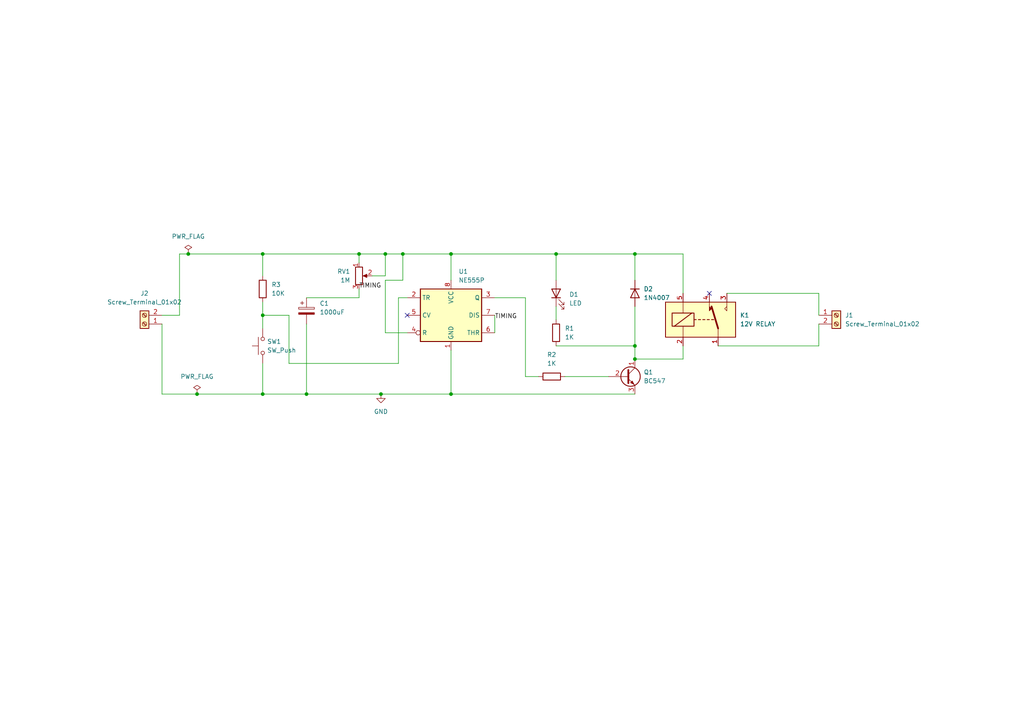
<source format=kicad_sch>
(kicad_sch
	(version 20250114)
	(generator "eeschema")
	(generator_version "9.0")
	(uuid "c01fd3b2-70a3-40d8-9628-d42550b06a46")
	(paper "A4")
	(lib_symbols
		(symbol "Connector:Screw_Terminal_01x02"
			(pin_names
				(offset 1.016)
				(hide yes)
			)
			(exclude_from_sim no)
			(in_bom yes)
			(on_board yes)
			(property "Reference" "J"
				(at 0 2.54 0)
				(effects
					(font
						(size 1.27 1.27)
					)
				)
			)
			(property "Value" "Screw_Terminal_01x02"
				(at 0 -5.08 0)
				(effects
					(font
						(size 1.27 1.27)
					)
				)
			)
			(property "Footprint" ""
				(at 0 0 0)
				(effects
					(font
						(size 1.27 1.27)
					)
					(hide yes)
				)
			)
			(property "Datasheet" "~"
				(at 0 0 0)
				(effects
					(font
						(size 1.27 1.27)
					)
					(hide yes)
				)
			)
			(property "Description" "Generic screw terminal, single row, 01x02, script generated (kicad-library-utils/schlib/autogen/connector/)"
				(at 0 0 0)
				(effects
					(font
						(size 1.27 1.27)
					)
					(hide yes)
				)
			)
			(property "ki_keywords" "screw terminal"
				(at 0 0 0)
				(effects
					(font
						(size 1.27 1.27)
					)
					(hide yes)
				)
			)
			(property "ki_fp_filters" "TerminalBlock*:*"
				(at 0 0 0)
				(effects
					(font
						(size 1.27 1.27)
					)
					(hide yes)
				)
			)
			(symbol "Screw_Terminal_01x02_1_1"
				(rectangle
					(start -1.27 1.27)
					(end 1.27 -3.81)
					(stroke
						(width 0.254)
						(type default)
					)
					(fill
						(type background)
					)
				)
				(polyline
					(pts
						(xy -0.5334 0.3302) (xy 0.3302 -0.508)
					)
					(stroke
						(width 0.1524)
						(type default)
					)
					(fill
						(type none)
					)
				)
				(polyline
					(pts
						(xy -0.5334 -2.2098) (xy 0.3302 -3.048)
					)
					(stroke
						(width 0.1524)
						(type default)
					)
					(fill
						(type none)
					)
				)
				(polyline
					(pts
						(xy -0.3556 0.508) (xy 0.508 -0.3302)
					)
					(stroke
						(width 0.1524)
						(type default)
					)
					(fill
						(type none)
					)
				)
				(polyline
					(pts
						(xy -0.3556 -2.032) (xy 0.508 -2.8702)
					)
					(stroke
						(width 0.1524)
						(type default)
					)
					(fill
						(type none)
					)
				)
				(circle
					(center 0 0)
					(radius 0.635)
					(stroke
						(width 0.1524)
						(type default)
					)
					(fill
						(type none)
					)
				)
				(circle
					(center 0 -2.54)
					(radius 0.635)
					(stroke
						(width 0.1524)
						(type default)
					)
					(fill
						(type none)
					)
				)
				(pin passive line
					(at -5.08 0 0)
					(length 3.81)
					(name "Pin_1"
						(effects
							(font
								(size 1.27 1.27)
							)
						)
					)
					(number "1"
						(effects
							(font
								(size 1.27 1.27)
							)
						)
					)
				)
				(pin passive line
					(at -5.08 -2.54 0)
					(length 3.81)
					(name "Pin_2"
						(effects
							(font
								(size 1.27 1.27)
							)
						)
					)
					(number "2"
						(effects
							(font
								(size 1.27 1.27)
							)
						)
					)
				)
			)
			(embedded_fonts no)
		)
		(symbol "Device:C_Polarized"
			(pin_numbers
				(hide yes)
			)
			(pin_names
				(offset 0.254)
			)
			(exclude_from_sim no)
			(in_bom yes)
			(on_board yes)
			(property "Reference" "C"
				(at 0.635 2.54 0)
				(effects
					(font
						(size 1.27 1.27)
					)
					(justify left)
				)
			)
			(property "Value" "C_Polarized"
				(at 0.635 -2.54 0)
				(effects
					(font
						(size 1.27 1.27)
					)
					(justify left)
				)
			)
			(property "Footprint" ""
				(at 0.9652 -3.81 0)
				(effects
					(font
						(size 1.27 1.27)
					)
					(hide yes)
				)
			)
			(property "Datasheet" "~"
				(at 0 0 0)
				(effects
					(font
						(size 1.27 1.27)
					)
					(hide yes)
				)
			)
			(property "Description" "Polarized capacitor"
				(at 0 0 0)
				(effects
					(font
						(size 1.27 1.27)
					)
					(hide yes)
				)
			)
			(property "ki_keywords" "cap capacitor"
				(at 0 0 0)
				(effects
					(font
						(size 1.27 1.27)
					)
					(hide yes)
				)
			)
			(property "ki_fp_filters" "CP_*"
				(at 0 0 0)
				(effects
					(font
						(size 1.27 1.27)
					)
					(hide yes)
				)
			)
			(symbol "C_Polarized_0_1"
				(rectangle
					(start -2.286 0.508)
					(end 2.286 1.016)
					(stroke
						(width 0)
						(type default)
					)
					(fill
						(type none)
					)
				)
				(polyline
					(pts
						(xy -1.778 2.286) (xy -0.762 2.286)
					)
					(stroke
						(width 0)
						(type default)
					)
					(fill
						(type none)
					)
				)
				(polyline
					(pts
						(xy -1.27 2.794) (xy -1.27 1.778)
					)
					(stroke
						(width 0)
						(type default)
					)
					(fill
						(type none)
					)
				)
				(rectangle
					(start 2.286 -0.508)
					(end -2.286 -1.016)
					(stroke
						(width 0)
						(type default)
					)
					(fill
						(type outline)
					)
				)
			)
			(symbol "C_Polarized_1_1"
				(pin passive line
					(at 0 3.81 270)
					(length 2.794)
					(name "~"
						(effects
							(font
								(size 1.27 1.27)
							)
						)
					)
					(number "1"
						(effects
							(font
								(size 1.27 1.27)
							)
						)
					)
				)
				(pin passive line
					(at 0 -3.81 90)
					(length 2.794)
					(name "~"
						(effects
							(font
								(size 1.27 1.27)
							)
						)
					)
					(number "2"
						(effects
							(font
								(size 1.27 1.27)
							)
						)
					)
				)
			)
			(embedded_fonts no)
		)
		(symbol "Device:D"
			(pin_numbers
				(hide yes)
			)
			(pin_names
				(offset 1.016)
				(hide yes)
			)
			(exclude_from_sim no)
			(in_bom yes)
			(on_board yes)
			(property "Reference" "D"
				(at 0 2.54 0)
				(effects
					(font
						(size 1.27 1.27)
					)
				)
			)
			(property "Value" "D"
				(at 0 -2.54 0)
				(effects
					(font
						(size 1.27 1.27)
					)
				)
			)
			(property "Footprint" ""
				(at 0 0 0)
				(effects
					(font
						(size 1.27 1.27)
					)
					(hide yes)
				)
			)
			(property "Datasheet" "~"
				(at 0 0 0)
				(effects
					(font
						(size 1.27 1.27)
					)
					(hide yes)
				)
			)
			(property "Description" "Diode"
				(at 0 0 0)
				(effects
					(font
						(size 1.27 1.27)
					)
					(hide yes)
				)
			)
			(property "Sim.Device" "D"
				(at 0 0 0)
				(effects
					(font
						(size 1.27 1.27)
					)
					(hide yes)
				)
			)
			(property "Sim.Pins" "1=K 2=A"
				(at 0 0 0)
				(effects
					(font
						(size 1.27 1.27)
					)
					(hide yes)
				)
			)
			(property "ki_keywords" "diode"
				(at 0 0 0)
				(effects
					(font
						(size 1.27 1.27)
					)
					(hide yes)
				)
			)
			(property "ki_fp_filters" "TO-???* *_Diode_* *SingleDiode* D_*"
				(at 0 0 0)
				(effects
					(font
						(size 1.27 1.27)
					)
					(hide yes)
				)
			)
			(symbol "D_0_1"
				(polyline
					(pts
						(xy -1.27 1.27) (xy -1.27 -1.27)
					)
					(stroke
						(width 0.254)
						(type default)
					)
					(fill
						(type none)
					)
				)
				(polyline
					(pts
						(xy 1.27 1.27) (xy 1.27 -1.27) (xy -1.27 0) (xy 1.27 1.27)
					)
					(stroke
						(width 0.254)
						(type default)
					)
					(fill
						(type none)
					)
				)
				(polyline
					(pts
						(xy 1.27 0) (xy -1.27 0)
					)
					(stroke
						(width 0)
						(type default)
					)
					(fill
						(type none)
					)
				)
			)
			(symbol "D_1_1"
				(pin passive line
					(at -3.81 0 0)
					(length 2.54)
					(name "K"
						(effects
							(font
								(size 1.27 1.27)
							)
						)
					)
					(number "1"
						(effects
							(font
								(size 1.27 1.27)
							)
						)
					)
				)
				(pin passive line
					(at 3.81 0 180)
					(length 2.54)
					(name "A"
						(effects
							(font
								(size 1.27 1.27)
							)
						)
					)
					(number "2"
						(effects
							(font
								(size 1.27 1.27)
							)
						)
					)
				)
			)
			(embedded_fonts no)
		)
		(symbol "Device:LED"
			(pin_numbers
				(hide yes)
			)
			(pin_names
				(offset 1.016)
				(hide yes)
			)
			(exclude_from_sim no)
			(in_bom yes)
			(on_board yes)
			(property "Reference" "D"
				(at 0 2.54 0)
				(effects
					(font
						(size 1.27 1.27)
					)
				)
			)
			(property "Value" "LED"
				(at 0 -2.54 0)
				(effects
					(font
						(size 1.27 1.27)
					)
				)
			)
			(property "Footprint" ""
				(at 0 0 0)
				(effects
					(font
						(size 1.27 1.27)
					)
					(hide yes)
				)
			)
			(property "Datasheet" "~"
				(at 0 0 0)
				(effects
					(font
						(size 1.27 1.27)
					)
					(hide yes)
				)
			)
			(property "Description" "Light emitting diode"
				(at 0 0 0)
				(effects
					(font
						(size 1.27 1.27)
					)
					(hide yes)
				)
			)
			(property "ki_keywords" "LED diode"
				(at 0 0 0)
				(effects
					(font
						(size 1.27 1.27)
					)
					(hide yes)
				)
			)
			(property "ki_fp_filters" "LED* LED_SMD:* LED_THT:*"
				(at 0 0 0)
				(effects
					(font
						(size 1.27 1.27)
					)
					(hide yes)
				)
			)
			(symbol "LED_0_1"
				(polyline
					(pts
						(xy -3.048 -0.762) (xy -4.572 -2.286) (xy -3.81 -2.286) (xy -4.572 -2.286) (xy -4.572 -1.524)
					)
					(stroke
						(width 0)
						(type default)
					)
					(fill
						(type none)
					)
				)
				(polyline
					(pts
						(xy -1.778 -0.762) (xy -3.302 -2.286) (xy -2.54 -2.286) (xy -3.302 -2.286) (xy -3.302 -1.524)
					)
					(stroke
						(width 0)
						(type default)
					)
					(fill
						(type none)
					)
				)
				(polyline
					(pts
						(xy -1.27 0) (xy 1.27 0)
					)
					(stroke
						(width 0)
						(type default)
					)
					(fill
						(type none)
					)
				)
				(polyline
					(pts
						(xy -1.27 -1.27) (xy -1.27 1.27)
					)
					(stroke
						(width 0.254)
						(type default)
					)
					(fill
						(type none)
					)
				)
				(polyline
					(pts
						(xy 1.27 -1.27) (xy 1.27 1.27) (xy -1.27 0) (xy 1.27 -1.27)
					)
					(stroke
						(width 0.254)
						(type default)
					)
					(fill
						(type none)
					)
				)
			)
			(symbol "LED_1_1"
				(pin passive line
					(at -3.81 0 0)
					(length 2.54)
					(name "K"
						(effects
							(font
								(size 1.27 1.27)
							)
						)
					)
					(number "1"
						(effects
							(font
								(size 1.27 1.27)
							)
						)
					)
				)
				(pin passive line
					(at 3.81 0 180)
					(length 2.54)
					(name "A"
						(effects
							(font
								(size 1.27 1.27)
							)
						)
					)
					(number "2"
						(effects
							(font
								(size 1.27 1.27)
							)
						)
					)
				)
			)
			(embedded_fonts no)
		)
		(symbol "Device:R"
			(pin_numbers
				(hide yes)
			)
			(pin_names
				(offset 0)
			)
			(exclude_from_sim no)
			(in_bom yes)
			(on_board yes)
			(property "Reference" "R"
				(at 2.032 0 90)
				(effects
					(font
						(size 1.27 1.27)
					)
				)
			)
			(property "Value" "R"
				(at 0 0 90)
				(effects
					(font
						(size 1.27 1.27)
					)
				)
			)
			(property "Footprint" ""
				(at -1.778 0 90)
				(effects
					(font
						(size 1.27 1.27)
					)
					(hide yes)
				)
			)
			(property "Datasheet" "~"
				(at 0 0 0)
				(effects
					(font
						(size 1.27 1.27)
					)
					(hide yes)
				)
			)
			(property "Description" "Resistor"
				(at 0 0 0)
				(effects
					(font
						(size 1.27 1.27)
					)
					(hide yes)
				)
			)
			(property "ki_keywords" "R res resistor"
				(at 0 0 0)
				(effects
					(font
						(size 1.27 1.27)
					)
					(hide yes)
				)
			)
			(property "ki_fp_filters" "R_*"
				(at 0 0 0)
				(effects
					(font
						(size 1.27 1.27)
					)
					(hide yes)
				)
			)
			(symbol "R_0_1"
				(rectangle
					(start -1.016 -2.54)
					(end 1.016 2.54)
					(stroke
						(width 0.254)
						(type default)
					)
					(fill
						(type none)
					)
				)
			)
			(symbol "R_1_1"
				(pin passive line
					(at 0 3.81 270)
					(length 1.27)
					(name "~"
						(effects
							(font
								(size 1.27 1.27)
							)
						)
					)
					(number "1"
						(effects
							(font
								(size 1.27 1.27)
							)
						)
					)
				)
				(pin passive line
					(at 0 -3.81 90)
					(length 1.27)
					(name "~"
						(effects
							(font
								(size 1.27 1.27)
							)
						)
					)
					(number "2"
						(effects
							(font
								(size 1.27 1.27)
							)
						)
					)
				)
			)
			(embedded_fonts no)
		)
		(symbol "Device:R_Potentiometer"
			(pin_names
				(offset 1.016)
				(hide yes)
			)
			(exclude_from_sim no)
			(in_bom yes)
			(on_board yes)
			(property "Reference" "RV"
				(at -4.445 0 90)
				(effects
					(font
						(size 1.27 1.27)
					)
				)
			)
			(property "Value" "R_Potentiometer"
				(at -2.54 0 90)
				(effects
					(font
						(size 1.27 1.27)
					)
				)
			)
			(property "Footprint" ""
				(at 0 0 0)
				(effects
					(font
						(size 1.27 1.27)
					)
					(hide yes)
				)
			)
			(property "Datasheet" "~"
				(at 0 0 0)
				(effects
					(font
						(size 1.27 1.27)
					)
					(hide yes)
				)
			)
			(property "Description" "Potentiometer"
				(at 0 0 0)
				(effects
					(font
						(size 1.27 1.27)
					)
					(hide yes)
				)
			)
			(property "ki_keywords" "resistor variable"
				(at 0 0 0)
				(effects
					(font
						(size 1.27 1.27)
					)
					(hide yes)
				)
			)
			(property "ki_fp_filters" "Potentiometer*"
				(at 0 0 0)
				(effects
					(font
						(size 1.27 1.27)
					)
					(hide yes)
				)
			)
			(symbol "R_Potentiometer_0_1"
				(rectangle
					(start 1.016 2.54)
					(end -1.016 -2.54)
					(stroke
						(width 0.254)
						(type default)
					)
					(fill
						(type none)
					)
				)
				(polyline
					(pts
						(xy 1.143 0) (xy 2.286 0.508) (xy 2.286 -0.508) (xy 1.143 0)
					)
					(stroke
						(width 0)
						(type default)
					)
					(fill
						(type outline)
					)
				)
				(polyline
					(pts
						(xy 2.54 0) (xy 1.524 0)
					)
					(stroke
						(width 0)
						(type default)
					)
					(fill
						(type none)
					)
				)
			)
			(symbol "R_Potentiometer_1_1"
				(pin passive line
					(at 0 3.81 270)
					(length 1.27)
					(name "1"
						(effects
							(font
								(size 1.27 1.27)
							)
						)
					)
					(number "1"
						(effects
							(font
								(size 1.27 1.27)
							)
						)
					)
				)
				(pin passive line
					(at 0 -3.81 90)
					(length 1.27)
					(name "3"
						(effects
							(font
								(size 1.27 1.27)
							)
						)
					)
					(number "3"
						(effects
							(font
								(size 1.27 1.27)
							)
						)
					)
				)
				(pin passive line
					(at 3.81 0 180)
					(length 1.27)
					(name "2"
						(effects
							(font
								(size 1.27 1.27)
							)
						)
					)
					(number "2"
						(effects
							(font
								(size 1.27 1.27)
							)
						)
					)
				)
			)
			(embedded_fonts no)
		)
		(symbol "Relay:SANYOU_SRD_Form_C"
			(exclude_from_sim no)
			(in_bom yes)
			(on_board yes)
			(property "Reference" "K"
				(at 11.43 3.81 0)
				(effects
					(font
						(size 1.27 1.27)
					)
					(justify left)
				)
			)
			(property "Value" "SANYOU_SRD_Form_C"
				(at 11.43 1.27 0)
				(effects
					(font
						(size 1.27 1.27)
					)
					(justify left)
				)
			)
			(property "Footprint" "Relay_THT:Relay_SPDT_SANYOU_SRD_Series_Form_C"
				(at 11.43 -1.27 0)
				(effects
					(font
						(size 1.27 1.27)
					)
					(justify left)
					(hide yes)
				)
			)
			(property "Datasheet" "http://www.sanyourelay.ca/public/products/pdf/SRD.pdf"
				(at 0 0 0)
				(effects
					(font
						(size 1.27 1.27)
					)
					(hide yes)
				)
			)
			(property "Description" "Sanyo SRD relay, Single Pole Miniature Power Relay,"
				(at 0 0 0)
				(effects
					(font
						(size 1.27 1.27)
					)
					(hide yes)
				)
			)
			(property "ki_keywords" "Single Pole Relay SPDT"
				(at 0 0 0)
				(effects
					(font
						(size 1.27 1.27)
					)
					(hide yes)
				)
			)
			(property "ki_fp_filters" "Relay*SPDT*SANYOU*SRD*Series*Form*C*"
				(at 0 0 0)
				(effects
					(font
						(size 1.27 1.27)
					)
					(hide yes)
				)
			)
			(symbol "SANYOU_SRD_Form_C_0_0"
				(polyline
					(pts
						(xy 7.62 5.08) (xy 7.62 2.54) (xy 6.985 3.175) (xy 7.62 3.81)
					)
					(stroke
						(width 0)
						(type default)
					)
					(fill
						(type none)
					)
				)
			)
			(symbol "SANYOU_SRD_Form_C_0_1"
				(rectangle
					(start -10.16 5.08)
					(end 10.16 -5.08)
					(stroke
						(width 0.254)
						(type default)
					)
					(fill
						(type background)
					)
				)
				(rectangle
					(start -8.255 1.905)
					(end -1.905 -1.905)
					(stroke
						(width 0.254)
						(type default)
					)
					(fill
						(type none)
					)
				)
				(polyline
					(pts
						(xy -7.62 -1.905) (xy -2.54 1.905)
					)
					(stroke
						(width 0.254)
						(type default)
					)
					(fill
						(type none)
					)
				)
				(polyline
					(pts
						(xy -5.08 5.08) (xy -5.08 1.905)
					)
					(stroke
						(width 0)
						(type default)
					)
					(fill
						(type none)
					)
				)
				(polyline
					(pts
						(xy -5.08 -5.08) (xy -5.08 -1.905)
					)
					(stroke
						(width 0)
						(type default)
					)
					(fill
						(type none)
					)
				)
				(polyline
					(pts
						(xy -1.905 0) (xy -1.27 0)
					)
					(stroke
						(width 0.254)
						(type default)
					)
					(fill
						(type none)
					)
				)
				(polyline
					(pts
						(xy -0.635 0) (xy 0 0)
					)
					(stroke
						(width 0.254)
						(type default)
					)
					(fill
						(type none)
					)
				)
				(polyline
					(pts
						(xy 0.635 0) (xy 1.27 0)
					)
					(stroke
						(width 0.254)
						(type default)
					)
					(fill
						(type none)
					)
				)
				(polyline
					(pts
						(xy 1.905 0) (xy 2.54 0)
					)
					(stroke
						(width 0.254)
						(type default)
					)
					(fill
						(type none)
					)
				)
				(polyline
					(pts
						(xy 3.175 0) (xy 3.81 0)
					)
					(stroke
						(width 0.254)
						(type default)
					)
					(fill
						(type none)
					)
				)
				(polyline
					(pts
						(xy 5.08 -2.54) (xy 3.175 3.81)
					)
					(stroke
						(width 0.508)
						(type default)
					)
					(fill
						(type none)
					)
				)
				(polyline
					(pts
						(xy 5.08 -2.54) (xy 5.08 -5.08)
					)
					(stroke
						(width 0)
						(type default)
					)
					(fill
						(type none)
					)
				)
			)
			(symbol "SANYOU_SRD_Form_C_1_1"
				(polyline
					(pts
						(xy 2.54 3.81) (xy 3.175 3.175) (xy 2.54 2.54) (xy 2.54 5.08)
					)
					(stroke
						(width 0)
						(type default)
					)
					(fill
						(type outline)
					)
				)
				(pin passive line
					(at -5.08 7.62 270)
					(length 2.54)
					(name "~"
						(effects
							(font
								(size 1.27 1.27)
							)
						)
					)
					(number "5"
						(effects
							(font
								(size 1.27 1.27)
							)
						)
					)
				)
				(pin passive line
					(at -5.08 -7.62 90)
					(length 2.54)
					(name "~"
						(effects
							(font
								(size 1.27 1.27)
							)
						)
					)
					(number "2"
						(effects
							(font
								(size 1.27 1.27)
							)
						)
					)
				)
				(pin passive line
					(at 2.54 7.62 270)
					(length 2.54)
					(name "~"
						(effects
							(font
								(size 1.27 1.27)
							)
						)
					)
					(number "4"
						(effects
							(font
								(size 1.27 1.27)
							)
						)
					)
				)
				(pin passive line
					(at 5.08 -7.62 90)
					(length 2.54)
					(name "~"
						(effects
							(font
								(size 1.27 1.27)
							)
						)
					)
					(number "1"
						(effects
							(font
								(size 1.27 1.27)
							)
						)
					)
				)
				(pin passive line
					(at 7.62 7.62 270)
					(length 2.54)
					(name "~"
						(effects
							(font
								(size 1.27 1.27)
							)
						)
					)
					(number "3"
						(effects
							(font
								(size 1.27 1.27)
							)
						)
					)
				)
			)
			(embedded_fonts no)
		)
		(symbol "Switch:SW_Push"
			(pin_numbers
				(hide yes)
			)
			(pin_names
				(offset 1.016)
				(hide yes)
			)
			(exclude_from_sim no)
			(in_bom yes)
			(on_board yes)
			(property "Reference" "SW"
				(at 1.27 2.54 0)
				(effects
					(font
						(size 1.27 1.27)
					)
					(justify left)
				)
			)
			(property "Value" "SW_Push"
				(at 0 -1.524 0)
				(effects
					(font
						(size 1.27 1.27)
					)
				)
			)
			(property "Footprint" ""
				(at 0 5.08 0)
				(effects
					(font
						(size 1.27 1.27)
					)
					(hide yes)
				)
			)
			(property "Datasheet" "~"
				(at 0 5.08 0)
				(effects
					(font
						(size 1.27 1.27)
					)
					(hide yes)
				)
			)
			(property "Description" "Push button switch, generic, two pins"
				(at 0 0 0)
				(effects
					(font
						(size 1.27 1.27)
					)
					(hide yes)
				)
			)
			(property "ki_keywords" "switch normally-open pushbutton push-button"
				(at 0 0 0)
				(effects
					(font
						(size 1.27 1.27)
					)
					(hide yes)
				)
			)
			(symbol "SW_Push_0_1"
				(circle
					(center -2.032 0)
					(radius 0.508)
					(stroke
						(width 0)
						(type default)
					)
					(fill
						(type none)
					)
				)
				(polyline
					(pts
						(xy 0 1.27) (xy 0 3.048)
					)
					(stroke
						(width 0)
						(type default)
					)
					(fill
						(type none)
					)
				)
				(circle
					(center 2.032 0)
					(radius 0.508)
					(stroke
						(width 0)
						(type default)
					)
					(fill
						(type none)
					)
				)
				(polyline
					(pts
						(xy 2.54 1.27) (xy -2.54 1.27)
					)
					(stroke
						(width 0)
						(type default)
					)
					(fill
						(type none)
					)
				)
				(pin passive line
					(at -5.08 0 0)
					(length 2.54)
					(name "1"
						(effects
							(font
								(size 1.27 1.27)
							)
						)
					)
					(number "1"
						(effects
							(font
								(size 1.27 1.27)
							)
						)
					)
				)
				(pin passive line
					(at 5.08 0 180)
					(length 2.54)
					(name "2"
						(effects
							(font
								(size 1.27 1.27)
							)
						)
					)
					(number "2"
						(effects
							(font
								(size 1.27 1.27)
							)
						)
					)
				)
			)
			(embedded_fonts no)
		)
		(symbol "Timer:NE555P"
			(exclude_from_sim no)
			(in_bom yes)
			(on_board yes)
			(property "Reference" "U"
				(at -10.16 8.89 0)
				(effects
					(font
						(size 1.27 1.27)
					)
					(justify left)
				)
			)
			(property "Value" "NE555P"
				(at 2.54 8.89 0)
				(effects
					(font
						(size 1.27 1.27)
					)
					(justify left)
				)
			)
			(property "Footprint" "Package_DIP:DIP-8_W7.62mm"
				(at 16.51 -10.16 0)
				(effects
					(font
						(size 1.27 1.27)
					)
					(hide yes)
				)
			)
			(property "Datasheet" "http://www.ti.com/lit/ds/symlink/ne555.pdf"
				(at 21.59 -10.16 0)
				(effects
					(font
						(size 1.27 1.27)
					)
					(hide yes)
				)
			)
			(property "Description" "Precision Timers, 555 compatible,  PDIP-8"
				(at 0 0 0)
				(effects
					(font
						(size 1.27 1.27)
					)
					(hide yes)
				)
			)
			(property "ki_keywords" "single timer 555"
				(at 0 0 0)
				(effects
					(font
						(size 1.27 1.27)
					)
					(hide yes)
				)
			)
			(property "ki_fp_filters" "DIP*W7.62mm*"
				(at 0 0 0)
				(effects
					(font
						(size 1.27 1.27)
					)
					(hide yes)
				)
			)
			(symbol "NE555P_0_0"
				(pin power_in line
					(at 0 10.16 270)
					(length 2.54)
					(name "VCC"
						(effects
							(font
								(size 1.27 1.27)
							)
						)
					)
					(number "8"
						(effects
							(font
								(size 1.27 1.27)
							)
						)
					)
				)
				(pin power_in line
					(at 0 -10.16 90)
					(length 2.54)
					(name "GND"
						(effects
							(font
								(size 1.27 1.27)
							)
						)
					)
					(number "1"
						(effects
							(font
								(size 1.27 1.27)
							)
						)
					)
				)
			)
			(symbol "NE555P_0_1"
				(rectangle
					(start -8.89 -7.62)
					(end 8.89 7.62)
					(stroke
						(width 0.254)
						(type default)
					)
					(fill
						(type background)
					)
				)
				(rectangle
					(start -8.89 -7.62)
					(end 8.89 7.62)
					(stroke
						(width 0.254)
						(type default)
					)
					(fill
						(type background)
					)
				)
			)
			(symbol "NE555P_1_1"
				(pin input line
					(at -12.7 5.08 0)
					(length 3.81)
					(name "TR"
						(effects
							(font
								(size 1.27 1.27)
							)
						)
					)
					(number "2"
						(effects
							(font
								(size 1.27 1.27)
							)
						)
					)
				)
				(pin input line
					(at -12.7 0 0)
					(length 3.81)
					(name "CV"
						(effects
							(font
								(size 1.27 1.27)
							)
						)
					)
					(number "5"
						(effects
							(font
								(size 1.27 1.27)
							)
						)
					)
				)
				(pin input inverted
					(at -12.7 -5.08 0)
					(length 3.81)
					(name "R"
						(effects
							(font
								(size 1.27 1.27)
							)
						)
					)
					(number "4"
						(effects
							(font
								(size 1.27 1.27)
							)
						)
					)
				)
				(pin output line
					(at 12.7 5.08 180)
					(length 3.81)
					(name "Q"
						(effects
							(font
								(size 1.27 1.27)
							)
						)
					)
					(number "3"
						(effects
							(font
								(size 1.27 1.27)
							)
						)
					)
				)
				(pin input line
					(at 12.7 0 180)
					(length 3.81)
					(name "DIS"
						(effects
							(font
								(size 1.27 1.27)
							)
						)
					)
					(number "7"
						(effects
							(font
								(size 1.27 1.27)
							)
						)
					)
				)
				(pin input line
					(at 12.7 -5.08 180)
					(length 3.81)
					(name "THR"
						(effects
							(font
								(size 1.27 1.27)
							)
						)
					)
					(number "6"
						(effects
							(font
								(size 1.27 1.27)
							)
						)
					)
				)
			)
			(embedded_fonts no)
		)
		(symbol "Transistor_BJT:BC547"
			(pin_names
				(offset 0)
				(hide yes)
			)
			(exclude_from_sim no)
			(in_bom yes)
			(on_board yes)
			(property "Reference" "Q"
				(at 5.08 1.905 0)
				(effects
					(font
						(size 1.27 1.27)
					)
					(justify left)
				)
			)
			(property "Value" "BC547"
				(at 5.08 0 0)
				(effects
					(font
						(size 1.27 1.27)
					)
					(justify left)
				)
			)
			(property "Footprint" "Package_TO_SOT_THT:TO-92_Inline"
				(at 5.08 -1.905 0)
				(effects
					(font
						(size 1.27 1.27)
						(italic yes)
					)
					(justify left)
					(hide yes)
				)
			)
			(property "Datasheet" "https://www.onsemi.com/pub/Collateral/BC550-D.pdf"
				(at 0 0 0)
				(effects
					(font
						(size 1.27 1.27)
					)
					(justify left)
					(hide yes)
				)
			)
			(property "Description" "0.1A Ic, 45V Vce, Small Signal NPN Transistor, TO-92"
				(at 0 0 0)
				(effects
					(font
						(size 1.27 1.27)
					)
					(hide yes)
				)
			)
			(property "ki_keywords" "NPN Transistor"
				(at 0 0 0)
				(effects
					(font
						(size 1.27 1.27)
					)
					(hide yes)
				)
			)
			(property "ki_fp_filters" "TO?92*"
				(at 0 0 0)
				(effects
					(font
						(size 1.27 1.27)
					)
					(hide yes)
				)
			)
			(symbol "BC547_0_1"
				(polyline
					(pts
						(xy 0 0) (xy 0.635 0)
					)
					(stroke
						(width 0)
						(type default)
					)
					(fill
						(type none)
					)
				)
				(polyline
					(pts
						(xy 0.635 1.905) (xy 0.635 -1.905) (xy 0.635 -1.905)
					)
					(stroke
						(width 0.508)
						(type default)
					)
					(fill
						(type none)
					)
				)
				(polyline
					(pts
						(xy 0.635 0.635) (xy 2.54 2.54)
					)
					(stroke
						(width 0)
						(type default)
					)
					(fill
						(type none)
					)
				)
				(polyline
					(pts
						(xy 0.635 -0.635) (xy 2.54 -2.54) (xy 2.54 -2.54)
					)
					(stroke
						(width 0)
						(type default)
					)
					(fill
						(type none)
					)
				)
				(circle
					(center 1.27 0)
					(radius 2.8194)
					(stroke
						(width 0.254)
						(type default)
					)
					(fill
						(type none)
					)
				)
				(polyline
					(pts
						(xy 1.27 -1.778) (xy 1.778 -1.27) (xy 2.286 -2.286) (xy 1.27 -1.778) (xy 1.27 -1.778)
					)
					(stroke
						(width 0)
						(type default)
					)
					(fill
						(type outline)
					)
				)
			)
			(symbol "BC547_1_1"
				(pin input line
					(at -5.08 0 0)
					(length 5.08)
					(name "B"
						(effects
							(font
								(size 1.27 1.27)
							)
						)
					)
					(number "2"
						(effects
							(font
								(size 1.27 1.27)
							)
						)
					)
				)
				(pin passive line
					(at 2.54 5.08 270)
					(length 2.54)
					(name "C"
						(effects
							(font
								(size 1.27 1.27)
							)
						)
					)
					(number "1"
						(effects
							(font
								(size 1.27 1.27)
							)
						)
					)
				)
				(pin passive line
					(at 2.54 -5.08 90)
					(length 2.54)
					(name "E"
						(effects
							(font
								(size 1.27 1.27)
							)
						)
					)
					(number "3"
						(effects
							(font
								(size 1.27 1.27)
							)
						)
					)
				)
			)
			(embedded_fonts no)
		)
		(symbol "power:GND"
			(power)
			(pin_numbers
				(hide yes)
			)
			(pin_names
				(offset 0)
				(hide yes)
			)
			(exclude_from_sim no)
			(in_bom yes)
			(on_board yes)
			(property "Reference" "#PWR"
				(at 0 -6.35 0)
				(effects
					(font
						(size 1.27 1.27)
					)
					(hide yes)
				)
			)
			(property "Value" "GND"
				(at 0 -3.81 0)
				(effects
					(font
						(size 1.27 1.27)
					)
				)
			)
			(property "Footprint" ""
				(at 0 0 0)
				(effects
					(font
						(size 1.27 1.27)
					)
					(hide yes)
				)
			)
			(property "Datasheet" ""
				(at 0 0 0)
				(effects
					(font
						(size 1.27 1.27)
					)
					(hide yes)
				)
			)
			(property "Description" "Power symbol creates a global label with name \"GND\" , ground"
				(at 0 0 0)
				(effects
					(font
						(size 1.27 1.27)
					)
					(hide yes)
				)
			)
			(property "ki_keywords" "global power"
				(at 0 0 0)
				(effects
					(font
						(size 1.27 1.27)
					)
					(hide yes)
				)
			)
			(symbol "GND_0_1"
				(polyline
					(pts
						(xy 0 0) (xy 0 -1.27) (xy 1.27 -1.27) (xy 0 -2.54) (xy -1.27 -1.27) (xy 0 -1.27)
					)
					(stroke
						(width 0)
						(type default)
					)
					(fill
						(type none)
					)
				)
			)
			(symbol "GND_1_1"
				(pin power_in line
					(at 0 0 270)
					(length 0)
					(name "~"
						(effects
							(font
								(size 1.27 1.27)
							)
						)
					)
					(number "1"
						(effects
							(font
								(size 1.27 1.27)
							)
						)
					)
				)
			)
			(embedded_fonts no)
		)
		(symbol "power:PWR_FLAG"
			(power)
			(pin_numbers
				(hide yes)
			)
			(pin_names
				(offset 0)
				(hide yes)
			)
			(exclude_from_sim no)
			(in_bom yes)
			(on_board yes)
			(property "Reference" "#FLG"
				(at 0 1.905 0)
				(effects
					(font
						(size 1.27 1.27)
					)
					(hide yes)
				)
			)
			(property "Value" "PWR_FLAG"
				(at 0 3.81 0)
				(effects
					(font
						(size 1.27 1.27)
					)
				)
			)
			(property "Footprint" ""
				(at 0 0 0)
				(effects
					(font
						(size 1.27 1.27)
					)
					(hide yes)
				)
			)
			(property "Datasheet" "~"
				(at 0 0 0)
				(effects
					(font
						(size 1.27 1.27)
					)
					(hide yes)
				)
			)
			(property "Description" "Special symbol for telling ERC where power comes from"
				(at 0 0 0)
				(effects
					(font
						(size 1.27 1.27)
					)
					(hide yes)
				)
			)
			(property "ki_keywords" "flag power"
				(at 0 0 0)
				(effects
					(font
						(size 1.27 1.27)
					)
					(hide yes)
				)
			)
			(symbol "PWR_FLAG_0_0"
				(pin power_out line
					(at 0 0 90)
					(length 0)
					(name "~"
						(effects
							(font
								(size 1.27 1.27)
							)
						)
					)
					(number "1"
						(effects
							(font
								(size 1.27 1.27)
							)
						)
					)
				)
			)
			(symbol "PWR_FLAG_0_1"
				(polyline
					(pts
						(xy 0 0) (xy 0 1.27) (xy -1.016 1.905) (xy 0 2.54) (xy 1.016 1.905) (xy 0 1.27)
					)
					(stroke
						(width 0)
						(type default)
					)
					(fill
						(type none)
					)
				)
			)
			(embedded_fonts no)
		)
	)
	(junction
		(at 184.15 104.14)
		(diameter 0)
		(color 0 0 0 0)
		(uuid "01284842-7ea7-4ec5-8d9d-d4346b1d8333")
	)
	(junction
		(at 76.2 114.3)
		(diameter 0)
		(color 0 0 0 0)
		(uuid "08c52bbd-7315-4a50-9800-5f90b4869456")
	)
	(junction
		(at 116.84 73.66)
		(diameter 0)
		(color 0 0 0 0)
		(uuid "349f6f02-b70e-4c7b-a41d-d423c9ed71e0")
	)
	(junction
		(at 88.9 114.3)
		(diameter 0)
		(color 0 0 0 0)
		(uuid "5c14a665-6c6b-4ee4-a3d0-78452690473a")
	)
	(junction
		(at 130.81 73.66)
		(diameter 0)
		(color 0 0 0 0)
		(uuid "6fe9fea9-eee4-4e77-9846-13b05f405343")
	)
	(junction
		(at 161.29 73.66)
		(diameter 0)
		(color 0 0 0 0)
		(uuid "7690e4db-4b89-4b42-b8b1-209bc731e264")
	)
	(junction
		(at 184.15 73.66)
		(diameter 0)
		(color 0 0 0 0)
		(uuid "a257f4ec-774e-40aa-ba18-e498cad3a1cf")
	)
	(junction
		(at 54.61 73.66)
		(diameter 0)
		(color 0 0 0 0)
		(uuid "ac82fbc8-0e5a-4292-a7b8-b381a6ea00d2")
	)
	(junction
		(at 184.15 100.33)
		(diameter 0)
		(color 0 0 0 0)
		(uuid "bf303530-40f8-462b-a99f-af50b516f33d")
	)
	(junction
		(at 130.81 114.3)
		(diameter 0)
		(color 0 0 0 0)
		(uuid "d0229a6a-2d9b-466c-92c0-6a7c76727f83")
	)
	(junction
		(at 111.76 73.66)
		(diameter 0)
		(color 0 0 0 0)
		(uuid "d96ea90b-0063-4595-9f62-c57a9df4748b")
	)
	(junction
		(at 57.15 114.3)
		(diameter 0)
		(color 0 0 0 0)
		(uuid "d9e743a0-f535-40d9-a16d-5b2cecec558c")
	)
	(junction
		(at 110.49 114.3)
		(diameter 0)
		(color 0 0 0 0)
		(uuid "da9fdd3d-ab2b-4a28-b30f-2b267f5fdef7")
	)
	(junction
		(at 76.2 73.66)
		(diameter 0)
		(color 0 0 0 0)
		(uuid "db58710a-4500-460c-8f6c-e3636d408f70")
	)
	(junction
		(at 76.2 91.44)
		(diameter 0)
		(color 0 0 0 0)
		(uuid "ed78aa97-dcd8-4a3f-9493-3387e4a24d61")
	)
	(junction
		(at 104.14 73.66)
		(diameter 0)
		(color 0 0 0 0)
		(uuid "f86b11fd-3a78-44d4-85a9-bdf2377f7c6d")
	)
	(no_connect
		(at 205.74 85.09)
		(uuid "90950f59-903e-4af0-8a92-93158e085099")
	)
	(no_connect
		(at 118.11 91.44)
		(uuid "f06d8777-498c-4c6b-b322-b9449cb4cfdd")
	)
	(wire
		(pts
			(xy 104.14 83.82) (xy 104.14 86.36)
		)
		(stroke
			(width 0)
			(type default)
		)
		(uuid "020e8b75-1f3c-4479-99ae-09263c9d1aed")
	)
	(wire
		(pts
			(xy 76.2 73.66) (xy 76.2 80.01)
		)
		(stroke
			(width 0)
			(type default)
		)
		(uuid "06164452-2733-4bdc-9a10-90a8ef9f6ce9")
	)
	(wire
		(pts
			(xy 83.82 91.44) (xy 76.2 91.44)
		)
		(stroke
			(width 0)
			(type default)
		)
		(uuid "0a876d45-9164-4fff-b4ba-eb8668e5f61c")
	)
	(wire
		(pts
			(xy 156.21 109.22) (xy 152.4 109.22)
		)
		(stroke
			(width 0)
			(type default)
		)
		(uuid "0dcde4dc-27d8-40f3-a951-b05ccfbceeb7")
	)
	(wire
		(pts
			(xy 130.81 73.66) (xy 161.29 73.66)
		)
		(stroke
			(width 0)
			(type default)
		)
		(uuid "16f14e18-db69-4b6d-af06-276ef9e41f13")
	)
	(wire
		(pts
			(xy 111.76 96.52) (xy 111.76 81.28)
		)
		(stroke
			(width 0)
			(type default)
		)
		(uuid "178ef7d3-b6eb-4374-b0e8-f243f70acf23")
	)
	(wire
		(pts
			(xy 152.4 109.22) (xy 152.4 86.36)
		)
		(stroke
			(width 0)
			(type default)
		)
		(uuid "1a50a105-d209-4412-9eb5-1cb46c1ad800")
	)
	(wire
		(pts
			(xy 88.9 114.3) (xy 110.49 114.3)
		)
		(stroke
			(width 0)
			(type default)
		)
		(uuid "21769d54-9e3f-4f83-87c2-256e2b66dfa5")
	)
	(wire
		(pts
			(xy 118.11 86.36) (xy 115.57 86.36)
		)
		(stroke
			(width 0)
			(type default)
		)
		(uuid "2353c300-4c34-4791-b8f0-5a78ef04ef01")
	)
	(wire
		(pts
			(xy 237.49 91.44) (xy 237.49 85.09)
		)
		(stroke
			(width 0)
			(type default)
		)
		(uuid "30c283ba-bf21-43d4-af1b-88656bae8e8f")
	)
	(wire
		(pts
			(xy 161.29 88.9) (xy 161.29 92.71)
		)
		(stroke
			(width 0)
			(type default)
		)
		(uuid "3882750e-2f05-430f-b5ec-9908e8b7fe9c")
	)
	(wire
		(pts
			(xy 116.84 73.66) (xy 130.81 73.66)
		)
		(stroke
			(width 0)
			(type default)
		)
		(uuid "3c122a95-12f0-46ed-962c-68ea97de7a31")
	)
	(wire
		(pts
			(xy 115.57 105.41) (xy 83.82 105.41)
		)
		(stroke
			(width 0)
			(type default)
		)
		(uuid "49717f52-93c9-4a19-8d2b-d560894cf4c8")
	)
	(wire
		(pts
			(xy 46.99 93.98) (xy 46.99 114.3)
		)
		(stroke
			(width 0)
			(type default)
		)
		(uuid "4bb09836-0b9b-4a8d-95e5-2bf5b1c4ae5e")
	)
	(wire
		(pts
			(xy 110.49 114.3) (xy 130.81 114.3)
		)
		(stroke
			(width 0)
			(type default)
		)
		(uuid "4f1dbe85-d2f1-4cb3-8826-94a7ec7ed998")
	)
	(wire
		(pts
			(xy 116.84 81.28) (xy 116.84 73.66)
		)
		(stroke
			(width 0)
			(type default)
		)
		(uuid "4f4645a8-be39-4b4b-9b12-b13d85f636a3")
	)
	(wire
		(pts
			(xy 237.49 100.33) (xy 237.49 93.98)
		)
		(stroke
			(width 0)
			(type default)
		)
		(uuid "534f5c1a-e6a8-4c6e-b8ae-3a458c1093b0")
	)
	(wire
		(pts
			(xy 52.07 91.44) (xy 52.07 73.66)
		)
		(stroke
			(width 0)
			(type default)
		)
		(uuid "57fbd7ef-cdaa-4a2d-875c-d298d990a816")
	)
	(wire
		(pts
			(xy 161.29 100.33) (xy 184.15 100.33)
		)
		(stroke
			(width 0)
			(type default)
		)
		(uuid "5a8f0214-4310-4ebc-a995-71900b0427c4")
	)
	(wire
		(pts
			(xy 152.4 86.36) (xy 143.51 86.36)
		)
		(stroke
			(width 0)
			(type default)
		)
		(uuid "5adf8c17-dbd7-4b71-bb16-afb208ac6c93")
	)
	(wire
		(pts
			(xy 184.15 73.66) (xy 184.15 81.28)
		)
		(stroke
			(width 0)
			(type default)
		)
		(uuid "5c594c0f-c3d4-4939-8925-2974cfabaa27")
	)
	(wire
		(pts
			(xy 111.76 81.28) (xy 116.84 81.28)
		)
		(stroke
			(width 0)
			(type default)
		)
		(uuid "5f57d9f9-99a0-41eb-b525-f0c65de24fb6")
	)
	(wire
		(pts
			(xy 115.57 86.36) (xy 115.57 105.41)
		)
		(stroke
			(width 0)
			(type default)
		)
		(uuid "60f2303b-a16d-4b50-80ed-22a2a22b734b")
	)
	(wire
		(pts
			(xy 111.76 80.01) (xy 111.76 73.66)
		)
		(stroke
			(width 0)
			(type default)
		)
		(uuid "61d040fa-13d4-478c-a4fe-b7b63d52cf7e")
	)
	(wire
		(pts
			(xy 83.82 105.41) (xy 83.82 91.44)
		)
		(stroke
			(width 0)
			(type default)
		)
		(uuid "646f9dff-8c24-4e8a-8eb2-7a11e7827f89")
	)
	(wire
		(pts
			(xy 130.81 73.66) (xy 130.81 81.28)
		)
		(stroke
			(width 0)
			(type default)
		)
		(uuid "658eb88c-cab5-4ad1-a0a6-a2ff5e04e45e")
	)
	(wire
		(pts
			(xy 143.51 91.44) (xy 143.51 96.52)
		)
		(stroke
			(width 0)
			(type default)
		)
		(uuid "711a5466-6180-4618-ac87-b603712ad98e")
	)
	(wire
		(pts
			(xy 46.99 114.3) (xy 57.15 114.3)
		)
		(stroke
			(width 0)
			(type default)
		)
		(uuid "7b8e6345-4547-46f2-9a9e-2e6298c344ef")
	)
	(wire
		(pts
			(xy 130.81 101.6) (xy 130.81 114.3)
		)
		(stroke
			(width 0)
			(type default)
		)
		(uuid "8cbe6c04-ac75-4128-80d7-b098da8db1e4")
	)
	(wire
		(pts
			(xy 88.9 93.98) (xy 88.9 114.3)
		)
		(stroke
			(width 0)
			(type default)
		)
		(uuid "8dc91067-2204-40a1-8011-21e65382bdc1")
	)
	(wire
		(pts
			(xy 237.49 85.09) (xy 210.82 85.09)
		)
		(stroke
			(width 0)
			(type default)
		)
		(uuid "921e88c1-e2f6-430c-91b6-0cfdc421c468")
	)
	(wire
		(pts
			(xy 104.14 73.66) (xy 111.76 73.66)
		)
		(stroke
			(width 0)
			(type default)
		)
		(uuid "9cc5f65d-8b0f-4db7-82c0-fc23adca6654")
	)
	(wire
		(pts
			(xy 198.12 104.14) (xy 198.12 100.33)
		)
		(stroke
			(width 0)
			(type default)
		)
		(uuid "9d465822-85a8-4787-916f-46d72c2d708f")
	)
	(wire
		(pts
			(xy 208.28 100.33) (xy 237.49 100.33)
		)
		(stroke
			(width 0)
			(type default)
		)
		(uuid "a86769bc-c65b-40e0-a7cc-9dbb47e8edf5")
	)
	(wire
		(pts
			(xy 76.2 91.44) (xy 76.2 95.25)
		)
		(stroke
			(width 0)
			(type default)
		)
		(uuid "a92eb0f3-eef4-4747-99bd-2fa4ea2b9be3")
	)
	(wire
		(pts
			(xy 57.15 114.3) (xy 76.2 114.3)
		)
		(stroke
			(width 0)
			(type default)
		)
		(uuid "aac5f99f-61b0-4a2c-a26c-b6bfd42ac54f")
	)
	(wire
		(pts
			(xy 163.83 109.22) (xy 176.53 109.22)
		)
		(stroke
			(width 0)
			(type default)
		)
		(uuid "ae3a03ae-79cf-4bbf-8a55-e9172d8b56bf")
	)
	(wire
		(pts
			(xy 184.15 88.9) (xy 184.15 100.33)
		)
		(stroke
			(width 0)
			(type default)
		)
		(uuid "b2eaa623-dbb8-4fb5-805e-8609bc74930f")
	)
	(wire
		(pts
			(xy 184.15 73.66) (xy 198.12 73.66)
		)
		(stroke
			(width 0)
			(type default)
		)
		(uuid "b3a6c360-d3b1-4be7-ad75-7e673e6b6638")
	)
	(wire
		(pts
			(xy 54.61 73.66) (xy 76.2 73.66)
		)
		(stroke
			(width 0)
			(type default)
		)
		(uuid "ba010793-73d6-449f-9d9f-50c71a3dc06c")
	)
	(wire
		(pts
			(xy 118.11 96.52) (xy 111.76 96.52)
		)
		(stroke
			(width 0)
			(type default)
		)
		(uuid "bd30fba9-b7b5-4239-88c3-fea489219249")
	)
	(wire
		(pts
			(xy 76.2 87.63) (xy 76.2 91.44)
		)
		(stroke
			(width 0)
			(type default)
		)
		(uuid "bd4aea83-a7a7-4bc5-82af-16bbe3749c23")
	)
	(wire
		(pts
			(xy 88.9 86.36) (xy 104.14 86.36)
		)
		(stroke
			(width 0)
			(type default)
		)
		(uuid "c6a32a1c-bd18-48e4-9cec-7844d3a71dfa")
	)
	(wire
		(pts
			(xy 104.14 73.66) (xy 104.14 76.2)
		)
		(stroke
			(width 0)
			(type default)
		)
		(uuid "d262690b-99d8-427e-a3e3-098285d57b51")
	)
	(wire
		(pts
			(xy 76.2 114.3) (xy 88.9 114.3)
		)
		(stroke
			(width 0)
			(type default)
		)
		(uuid "d2f3933c-42ca-4749-bbd4-55355840a943")
	)
	(wire
		(pts
			(xy 76.2 105.41) (xy 76.2 114.3)
		)
		(stroke
			(width 0)
			(type default)
		)
		(uuid "d4feb983-0b58-4468-b784-b50b6c15d952")
	)
	(wire
		(pts
			(xy 107.95 80.01) (xy 111.76 80.01)
		)
		(stroke
			(width 0)
			(type default)
		)
		(uuid "d5172eb1-bd43-4aaf-97d7-e7a1cf04cdeb")
	)
	(wire
		(pts
			(xy 111.76 73.66) (xy 116.84 73.66)
		)
		(stroke
			(width 0)
			(type default)
		)
		(uuid "d59ed00e-7876-48ab-bf17-cd17550f91e0")
	)
	(wire
		(pts
			(xy 46.99 91.44) (xy 52.07 91.44)
		)
		(stroke
			(width 0)
			(type default)
		)
		(uuid "e2123b56-5c9d-4b90-b396-79dce9a4cf8a")
	)
	(wire
		(pts
			(xy 52.07 73.66) (xy 54.61 73.66)
		)
		(stroke
			(width 0)
			(type default)
		)
		(uuid "e419f28b-2168-4552-9af5-ecda1610250d")
	)
	(wire
		(pts
			(xy 198.12 73.66) (xy 198.12 85.09)
		)
		(stroke
			(width 0)
			(type default)
		)
		(uuid "e97c1fe6-859e-4b09-93bf-54e46e04f50f")
	)
	(wire
		(pts
			(xy 184.15 104.14) (xy 198.12 104.14)
		)
		(stroke
			(width 0)
			(type default)
		)
		(uuid "f1c086c9-701e-459d-acbf-900d36d57080")
	)
	(wire
		(pts
			(xy 130.81 114.3) (xy 184.15 114.3)
		)
		(stroke
			(width 0)
			(type default)
		)
		(uuid "f2681586-8e6d-40b5-b6dc-cba62a100c85")
	)
	(wire
		(pts
			(xy 161.29 73.66) (xy 184.15 73.66)
		)
		(stroke
			(width 0)
			(type default)
		)
		(uuid "f46d2749-bc0a-4252-aedf-f578af77db51")
	)
	(wire
		(pts
			(xy 161.29 73.66) (xy 161.29 81.28)
		)
		(stroke
			(width 0)
			(type default)
		)
		(uuid "f5303458-024a-4e6c-9772-896f18be630b")
	)
	(wire
		(pts
			(xy 184.15 100.33) (xy 184.15 104.14)
		)
		(stroke
			(width 0)
			(type default)
		)
		(uuid "f6fd203d-3d32-483a-b253-3a302cf8861c")
	)
	(wire
		(pts
			(xy 76.2 73.66) (xy 104.14 73.66)
		)
		(stroke
			(width 0)
			(type default)
		)
		(uuid "f869f66a-185b-4a07-8c10-b7d31775d742")
	)
	(label "TIMING"
		(at 143.51 92.71 0)
		(effects
			(font
				(size 1.27 1.27)
			)
			(justify left bottom)
		)
		(uuid "1ba50c54-7555-4d44-8099-e61a8567a0ee")
	)
	(label "TIMING"
		(at 104.14 83.82 0)
		(effects
			(font
				(size 1.27 1.27)
			)
			(justify left bottom)
		)
		(uuid "ae90c771-6312-42d3-b720-55105be4a8cd")
	)
	(symbol
		(lib_id "Device:R")
		(at 76.2 83.82 0)
		(unit 1)
		(exclude_from_sim no)
		(in_bom yes)
		(on_board yes)
		(dnp no)
		(fields_autoplaced yes)
		(uuid "18ca7026-4ed8-448b-9f8d-7e16fa913cb8")
		(property "Reference" "R3"
			(at 78.74 82.5499 0)
			(effects
				(font
					(size 1.27 1.27)
				)
				(justify left)
			)
		)
		(property "Value" "10K"
			(at 78.74 85.0899 0)
			(effects
				(font
					(size 1.27 1.27)
				)
				(justify left)
			)
		)
		(property "Footprint" "Resistor_THT:R_Axial_DIN0207_L6.3mm_D2.5mm_P10.16mm_Horizontal"
			(at 74.422 83.82 90)
			(effects
				(font
					(size 1.27 1.27)
				)
				(hide yes)
			)
		)
		(property "Datasheet" "~"
			(at 76.2 83.82 0)
			(effects
				(font
					(size 1.27 1.27)
				)
				(hide yes)
			)
		)
		(property "Description" "Resistor"
			(at 76.2 83.82 0)
			(effects
				(font
					(size 1.27 1.27)
				)
				(hide yes)
			)
		)
		(pin "1"
			(uuid "47e4c343-2d0b-4ff3-aeb0-e6055dc03bf9")
		)
		(pin "2"
			(uuid "cf8335b6-b790-4790-a432-4f6aab5fd079")
		)
		(instances
			(project ""
				(path "/c01fd3b2-70a3-40d8-9628-d42550b06a46"
					(reference "R3")
					(unit 1)
				)
			)
		)
	)
	(symbol
		(lib_id "Connector:Screw_Terminal_01x02")
		(at 41.91 93.98 180)
		(unit 1)
		(exclude_from_sim no)
		(in_bom yes)
		(on_board yes)
		(dnp no)
		(fields_autoplaced yes)
		(uuid "18e63f16-c8b6-46b3-878d-cff0610948f0")
		(property "Reference" "J2"
			(at 41.91 85.09 0)
			(effects
				(font
					(size 1.27 1.27)
				)
			)
		)
		(property "Value" "Screw_Terminal_01x02"
			(at 41.91 87.63 0)
			(effects
				(font
					(size 1.27 1.27)
				)
			)
		)
		(property "Footprint" "TerminalBlock:TerminalBlock_MaiXu_MX126-5.0-02P_1x02_P5.00mm"
			(at 41.91 93.98 0)
			(effects
				(font
					(size 1.27 1.27)
				)
				(hide yes)
			)
		)
		(property "Datasheet" "~"
			(at 41.91 93.98 0)
			(effects
				(font
					(size 1.27 1.27)
				)
				(hide yes)
			)
		)
		(property "Description" "Generic screw terminal, single row, 01x02, script generated (kicad-library-utils/schlib/autogen/connector/)"
			(at 41.91 93.98 0)
			(effects
				(font
					(size 1.27 1.27)
				)
				(hide yes)
			)
		)
		(pin "1"
			(uuid "15ee446e-df2a-4ba4-8523-f9e2cfd47617")
		)
		(pin "2"
			(uuid "1296090f-4e1a-4bfe-8e72-d919ba2598de")
		)
		(instances
			(project "TIMERCIRCUIT"
				(path "/c01fd3b2-70a3-40d8-9628-d42550b06a46"
					(reference "J2")
					(unit 1)
				)
			)
		)
	)
	(symbol
		(lib_id "Device:R_Potentiometer")
		(at 104.14 80.01 0)
		(unit 1)
		(exclude_from_sim no)
		(in_bom yes)
		(on_board yes)
		(dnp no)
		(fields_autoplaced yes)
		(uuid "2c69ec83-0b35-4c7c-b78f-d5d487089496")
		(property "Reference" "RV1"
			(at 101.6 78.7399 0)
			(effects
				(font
					(size 1.27 1.27)
				)
				(justify right)
			)
		)
		(property "Value" "1M"
			(at 101.6 81.2799 0)
			(effects
				(font
					(size 1.27 1.27)
				)
				(justify right)
			)
		)
		(property "Footprint" "Potentiometer_THT:Potentiometer_Bourns_3296W_Vertical"
			(at 104.14 80.01 0)
			(effects
				(font
					(size 1.27 1.27)
				)
				(hide yes)
			)
		)
		(property "Datasheet" "~"
			(at 104.14 80.01 0)
			(effects
				(font
					(size 1.27 1.27)
				)
				(hide yes)
			)
		)
		(property "Description" "Potentiometer"
			(at 104.14 80.01 0)
			(effects
				(font
					(size 1.27 1.27)
				)
				(hide yes)
			)
		)
		(pin "2"
			(uuid "93233b95-84f0-4bd4-97f2-2c38b3f6f85c")
		)
		(pin "1"
			(uuid "c70e9d00-33fe-4bfc-b84f-76a8ac8dec8c")
		)
		(pin "3"
			(uuid "a4cf9930-1ef2-44cd-8ae6-25f3dc414961")
		)
		(instances
			(project ""
				(path "/c01fd3b2-70a3-40d8-9628-d42550b06a46"
					(reference "RV1")
					(unit 1)
				)
			)
		)
	)
	(symbol
		(lib_id "Device:D")
		(at 184.15 85.09 270)
		(unit 1)
		(exclude_from_sim no)
		(in_bom yes)
		(on_board yes)
		(dnp no)
		(fields_autoplaced yes)
		(uuid "59acf9f6-f6fd-4e03-9c23-602b7077c9f3")
		(property "Reference" "D2"
			(at 186.69 83.8199 90)
			(effects
				(font
					(size 1.27 1.27)
				)
				(justify left)
			)
		)
		(property "Value" "1N4007"
			(at 186.69 86.3599 90)
			(effects
				(font
					(size 1.27 1.27)
				)
				(justify left)
			)
		)
		(property "Footprint" "Diode_THT:D_DO-41_SOD81_P10.16mm_Horizontal"
			(at 184.15 85.09 0)
			(effects
				(font
					(size 1.27 1.27)
				)
				(hide yes)
			)
		)
		(property "Datasheet" "~"
			(at 184.15 85.09 0)
			(effects
				(font
					(size 1.27 1.27)
				)
				(hide yes)
			)
		)
		(property "Description" "Diode"
			(at 184.15 85.09 0)
			(effects
				(font
					(size 1.27 1.27)
				)
				(hide yes)
			)
		)
		(property "Sim.Device" "D"
			(at 184.15 85.09 0)
			(effects
				(font
					(size 1.27 1.27)
				)
				(hide yes)
			)
		)
		(property "Sim.Pins" "1=K 2=A"
			(at 184.15 85.09 0)
			(effects
				(font
					(size 1.27 1.27)
				)
				(hide yes)
			)
		)
		(pin "2"
			(uuid "dfac03e8-8ad3-4c56-be43-f089ef67c859")
		)
		(pin "1"
			(uuid "0b3e81dc-95aa-44fc-9381-622138a7e178")
		)
		(instances
			(project ""
				(path "/c01fd3b2-70a3-40d8-9628-d42550b06a46"
					(reference "D2")
					(unit 1)
				)
			)
		)
	)
	(symbol
		(lib_id "Timer:NE555P")
		(at 130.81 91.44 0)
		(unit 1)
		(exclude_from_sim no)
		(in_bom yes)
		(on_board yes)
		(dnp no)
		(fields_autoplaced yes)
		(uuid "633310da-38c8-4a29-93a8-2ce317f88d87")
		(property "Reference" "U1"
			(at 133.0041 78.74 0)
			(effects
				(font
					(size 1.27 1.27)
				)
				(justify left)
			)
		)
		(property "Value" "NE555P"
			(at 133.0041 81.28 0)
			(effects
				(font
					(size 1.27 1.27)
				)
				(justify left)
			)
		)
		(property "Footprint" "Package_DIP:DIP-8_W7.62mm"
			(at 147.32 101.6 0)
			(effects
				(font
					(size 1.27 1.27)
				)
				(hide yes)
			)
		)
		(property "Datasheet" "http://www.ti.com/lit/ds/symlink/ne555.pdf"
			(at 152.4 101.6 0)
			(effects
				(font
					(size 1.27 1.27)
				)
				(hide yes)
			)
		)
		(property "Description" "Precision Timers, 555 compatible,  PDIP-8"
			(at 130.81 91.44 0)
			(effects
				(font
					(size 1.27 1.27)
				)
				(hide yes)
			)
		)
		(pin "2"
			(uuid "ca5ad01b-5882-4bf8-8b59-982e71cee911")
		)
		(pin "6"
			(uuid "598a6ff4-567c-494a-b276-55a20978adc3")
		)
		(pin "8"
			(uuid "a27aba84-76f0-4766-910e-ad04d9e7d1d7")
		)
		(pin "1"
			(uuid "e36b0c89-92b5-42ff-a975-83cce41b96f7")
		)
		(pin "4"
			(uuid "a91866a5-2377-475d-b12e-c28a36505126")
		)
		(pin "5"
			(uuid "4a62a81a-ddf1-4c6d-9f41-bbb2c36a2411")
		)
		(pin "7"
			(uuid "99384980-d4f5-40f9-aea7-b0147e284a49")
		)
		(pin "3"
			(uuid "e30ba25e-3377-4ff1-a274-d0f6efabb6ae")
		)
		(instances
			(project ""
				(path "/c01fd3b2-70a3-40d8-9628-d42550b06a46"
					(reference "U1")
					(unit 1)
				)
			)
		)
	)
	(symbol
		(lib_id "power:GND")
		(at 110.49 114.3 0)
		(unit 1)
		(exclude_from_sim no)
		(in_bom yes)
		(on_board yes)
		(dnp no)
		(fields_autoplaced yes)
		(uuid "750edfb9-a07e-4358-a4ec-ec2a42316e62")
		(property "Reference" "#PWR01"
			(at 110.49 120.65 0)
			(effects
				(font
					(size 1.27 1.27)
				)
				(hide yes)
			)
		)
		(property "Value" "GND"
			(at 110.49 119.38 0)
			(effects
				(font
					(size 1.27 1.27)
				)
			)
		)
		(property "Footprint" ""
			(at 110.49 114.3 0)
			(effects
				(font
					(size 1.27 1.27)
				)
				(hide yes)
			)
		)
		(property "Datasheet" ""
			(at 110.49 114.3 0)
			(effects
				(font
					(size 1.27 1.27)
				)
				(hide yes)
			)
		)
		(property "Description" "Power symbol creates a global label with name \"GND\" , ground"
			(at 110.49 114.3 0)
			(effects
				(font
					(size 1.27 1.27)
				)
				(hide yes)
			)
		)
		(pin "1"
			(uuid "d9239a3e-b6fa-4c6c-90c7-f6b3a52eb10c")
		)
		(instances
			(project ""
				(path "/c01fd3b2-70a3-40d8-9628-d42550b06a46"
					(reference "#PWR01")
					(unit 1)
				)
			)
		)
	)
	(symbol
		(lib_id "Transistor_BJT:BC547")
		(at 181.61 109.22 0)
		(unit 1)
		(exclude_from_sim no)
		(in_bom yes)
		(on_board yes)
		(dnp no)
		(fields_autoplaced yes)
		(uuid "7686f208-5176-486e-a45c-ab703d19c202")
		(property "Reference" "Q1"
			(at 186.69 107.9499 0)
			(effects
				(font
					(size 1.27 1.27)
				)
				(justify left)
			)
		)
		(property "Value" "BC547"
			(at 186.69 110.4899 0)
			(effects
				(font
					(size 1.27 1.27)
				)
				(justify left)
			)
		)
		(property "Footprint" "Package_TO_SOT_THT:TO-92_Inline"
			(at 186.69 111.125 0)
			(effects
				(font
					(size 1.27 1.27)
					(italic yes)
				)
				(justify left)
				(hide yes)
			)
		)
		(property "Datasheet" "https://www.onsemi.com/pub/Collateral/BC550-D.pdf"
			(at 181.61 109.22 0)
			(effects
				(font
					(size 1.27 1.27)
				)
				(justify left)
				(hide yes)
			)
		)
		(property "Description" "0.1A Ic, 45V Vce, Small Signal NPN Transistor, TO-92"
			(at 181.61 109.22 0)
			(effects
				(font
					(size 1.27 1.27)
				)
				(hide yes)
			)
		)
		(pin "2"
			(uuid "4f922f9a-dcb3-41f4-80ce-4e1d61a79264")
		)
		(pin "1"
			(uuid "2b27a419-d829-4104-9cf5-c7821f381905")
		)
		(pin "3"
			(uuid "a537094a-079b-41f9-855b-5d373e90c160")
		)
		(instances
			(project ""
				(path "/c01fd3b2-70a3-40d8-9628-d42550b06a46"
					(reference "Q1")
					(unit 1)
				)
			)
		)
	)
	(symbol
		(lib_id "power:PWR_FLAG")
		(at 54.61 73.66 0)
		(unit 1)
		(exclude_from_sim no)
		(in_bom yes)
		(on_board yes)
		(dnp no)
		(fields_autoplaced yes)
		(uuid "8d2da398-4d31-4a13-9608-acf2dc519424")
		(property "Reference" "#FLG01"
			(at 54.61 71.755 0)
			(effects
				(font
					(size 1.27 1.27)
				)
				(hide yes)
			)
		)
		(property "Value" "PWR_FLAG"
			(at 54.61 68.58 0)
			(effects
				(font
					(size 1.27 1.27)
				)
			)
		)
		(property "Footprint" ""
			(at 54.61 73.66 0)
			(effects
				(font
					(size 1.27 1.27)
				)
				(hide yes)
			)
		)
		(property "Datasheet" "~"
			(at 54.61 73.66 0)
			(effects
				(font
					(size 1.27 1.27)
				)
				(hide yes)
			)
		)
		(property "Description" "Special symbol for telling ERC where power comes from"
			(at 54.61 73.66 0)
			(effects
				(font
					(size 1.27 1.27)
				)
				(hide yes)
			)
		)
		(pin "1"
			(uuid "1f58d448-2906-49fd-b107-31b8ca2cf03c")
		)
		(instances
			(project ""
				(path "/c01fd3b2-70a3-40d8-9628-d42550b06a46"
					(reference "#FLG01")
					(unit 1)
				)
			)
		)
	)
	(symbol
		(lib_id "Device:R")
		(at 160.02 109.22 90)
		(unit 1)
		(exclude_from_sim no)
		(in_bom yes)
		(on_board yes)
		(dnp no)
		(fields_autoplaced yes)
		(uuid "9b90bcf5-1f77-4d66-adbb-09ea9940d0ff")
		(property "Reference" "R2"
			(at 160.02 102.87 90)
			(effects
				(font
					(size 1.27 1.27)
				)
			)
		)
		(property "Value" "1K"
			(at 160.02 105.41 90)
			(effects
				(font
					(size 1.27 1.27)
				)
			)
		)
		(property "Footprint" "Resistor_THT:R_Axial_DIN0207_L6.3mm_D2.5mm_P10.16mm_Horizontal"
			(at 160.02 110.998 90)
			(effects
				(font
					(size 1.27 1.27)
				)
				(hide yes)
			)
		)
		(property "Datasheet" "~"
			(at 160.02 109.22 0)
			(effects
				(font
					(size 1.27 1.27)
				)
				(hide yes)
			)
		)
		(property "Description" "Resistor"
			(at 160.02 109.22 0)
			(effects
				(font
					(size 1.27 1.27)
				)
				(hide yes)
			)
		)
		(pin "1"
			(uuid "47e4c343-2d0b-4ff3-aeb0-e6055dc03bfa")
		)
		(pin "2"
			(uuid "cf8335b6-b790-4790-a432-4f6aab5fd07a")
		)
		(instances
			(project ""
				(path "/c01fd3b2-70a3-40d8-9628-d42550b06a46"
					(reference "R2")
					(unit 1)
				)
			)
		)
	)
	(symbol
		(lib_id "Connector:Screw_Terminal_01x02")
		(at 242.57 91.44 0)
		(unit 1)
		(exclude_from_sim no)
		(in_bom yes)
		(on_board yes)
		(dnp no)
		(fields_autoplaced yes)
		(uuid "b3ec8743-8057-44b3-904b-80bde26a3d1a")
		(property "Reference" "J1"
			(at 245.11 91.4399 0)
			(effects
				(font
					(size 1.27 1.27)
				)
				(justify left)
			)
		)
		(property "Value" "Screw_Terminal_01x02"
			(at 245.11 93.9799 0)
			(effects
				(font
					(size 1.27 1.27)
				)
				(justify left)
			)
		)
		(property "Footprint" "TerminalBlock:TerminalBlock_MaiXu_MX126-5.0-02P_1x02_P5.00mm"
			(at 242.57 91.44 0)
			(effects
				(font
					(size 1.27 1.27)
				)
				(hide yes)
			)
		)
		(property "Datasheet" "~"
			(at 242.57 91.44 0)
			(effects
				(font
					(size 1.27 1.27)
				)
				(hide yes)
			)
		)
		(property "Description" "Generic screw terminal, single row, 01x02, script generated (kicad-library-utils/schlib/autogen/connector/)"
			(at 242.57 91.44 0)
			(effects
				(font
					(size 1.27 1.27)
				)
				(hide yes)
			)
		)
		(pin "1"
			(uuid "9d8cb8ff-e3ee-4c5f-90c8-af83059acaef")
		)
		(pin "2"
			(uuid "8d0ea56b-d6b1-4362-a590-deddf0af8f30")
		)
		(instances
			(project ""
				(path "/c01fd3b2-70a3-40d8-9628-d42550b06a46"
					(reference "J1")
					(unit 1)
				)
			)
		)
	)
	(symbol
		(lib_id "Device:C_Polarized")
		(at 88.9 90.17 0)
		(unit 1)
		(exclude_from_sim no)
		(in_bom yes)
		(on_board yes)
		(dnp no)
		(fields_autoplaced yes)
		(uuid "c58fa252-213d-4e92-94cc-5bcc5296ac34")
		(property "Reference" "C1"
			(at 92.71 88.0109 0)
			(effects
				(font
					(size 1.27 1.27)
				)
				(justify left)
			)
		)
		(property "Value" "1000uF"
			(at 92.71 90.5509 0)
			(effects
				(font
					(size 1.27 1.27)
				)
				(justify left)
			)
		)
		(property "Footprint" "Capacitor_THT:CP_Radial_D10.0mm_P3.50mm"
			(at 89.8652 93.98 0)
			(effects
				(font
					(size 1.27 1.27)
				)
				(hide yes)
			)
		)
		(property "Datasheet" "~"
			(at 88.9 90.17 0)
			(effects
				(font
					(size 1.27 1.27)
				)
				(hide yes)
			)
		)
		(property "Description" "Polarized capacitor"
			(at 88.9 90.17 0)
			(effects
				(font
					(size 1.27 1.27)
				)
				(hide yes)
			)
		)
		(pin "2"
			(uuid "e421bf07-4994-4997-aac0-f2752b7c4b22")
		)
		(pin "1"
			(uuid "a43b7edc-b6e4-42d3-b1ff-6caf7ef22d86")
		)
		(instances
			(project ""
				(path "/c01fd3b2-70a3-40d8-9628-d42550b06a46"
					(reference "C1")
					(unit 1)
				)
			)
		)
	)
	(symbol
		(lib_id "Device:R")
		(at 161.29 96.52 0)
		(unit 1)
		(exclude_from_sim no)
		(in_bom yes)
		(on_board yes)
		(dnp no)
		(fields_autoplaced yes)
		(uuid "cb08eef3-beae-4f1b-8079-4a3260f97cba")
		(property "Reference" "R1"
			(at 163.83 95.2499 0)
			(effects
				(font
					(size 1.27 1.27)
				)
				(justify left)
			)
		)
		(property "Value" "1K"
			(at 163.83 97.7899 0)
			(effects
				(font
					(size 1.27 1.27)
				)
				(justify left)
			)
		)
		(property "Footprint" "Resistor_THT:R_Axial_DIN0207_L6.3mm_D2.5mm_P10.16mm_Horizontal"
			(at 159.512 96.52 90)
			(effects
				(font
					(size 1.27 1.27)
				)
				(hide yes)
			)
		)
		(property "Datasheet" "~"
			(at 161.29 96.52 0)
			(effects
				(font
					(size 1.27 1.27)
				)
				(hide yes)
			)
		)
		(property "Description" "Resistor"
			(at 161.29 96.52 0)
			(effects
				(font
					(size 1.27 1.27)
				)
				(hide yes)
			)
		)
		(pin "1"
			(uuid "47e4c343-2d0b-4ff3-aeb0-e6055dc03bfb")
		)
		(pin "2"
			(uuid "cf8335b6-b790-4790-a432-4f6aab5fd07b")
		)
		(instances
			(project ""
				(path "/c01fd3b2-70a3-40d8-9628-d42550b06a46"
					(reference "R1")
					(unit 1)
				)
			)
		)
	)
	(symbol
		(lib_id "power:PWR_FLAG")
		(at 57.15 114.3 0)
		(unit 1)
		(exclude_from_sim no)
		(in_bom yes)
		(on_board yes)
		(dnp no)
		(fields_autoplaced yes)
		(uuid "d67c171b-9dc5-471d-a252-0010fd803dfe")
		(property "Reference" "#FLG02"
			(at 57.15 112.395 0)
			(effects
				(font
					(size 1.27 1.27)
				)
				(hide yes)
			)
		)
		(property "Value" "PWR_FLAG"
			(at 57.15 109.22 0)
			(effects
				(font
					(size 1.27 1.27)
				)
			)
		)
		(property "Footprint" ""
			(at 57.15 114.3 0)
			(effects
				(font
					(size 1.27 1.27)
				)
				(hide yes)
			)
		)
		(property "Datasheet" "~"
			(at 57.15 114.3 0)
			(effects
				(font
					(size 1.27 1.27)
				)
				(hide yes)
			)
		)
		(property "Description" "Special symbol for telling ERC where power comes from"
			(at 57.15 114.3 0)
			(effects
				(font
					(size 1.27 1.27)
				)
				(hide yes)
			)
		)
		(pin "1"
			(uuid "1f58d448-2906-49fd-b107-31b8ca2cf03d")
		)
		(instances
			(project ""
				(path "/c01fd3b2-70a3-40d8-9628-d42550b06a46"
					(reference "#FLG02")
					(unit 1)
				)
			)
		)
	)
	(symbol
		(lib_id "Relay:SANYOU_SRD_Form_C")
		(at 203.2 92.71 0)
		(unit 1)
		(exclude_from_sim no)
		(in_bom yes)
		(on_board yes)
		(dnp no)
		(fields_autoplaced yes)
		(uuid "d844e0f4-396a-48de-b71b-b2e9e33f97da")
		(property "Reference" "K1"
			(at 214.63 91.4399 0)
			(effects
				(font
					(size 1.27 1.27)
				)
				(justify left)
			)
		)
		(property "Value" "12V RELAY"
			(at 214.63 93.9799 0)
			(effects
				(font
					(size 1.27 1.27)
				)
				(justify left)
			)
		)
		(property "Footprint" "Relay_THT:Relay_SPDT_SANYOU_SRD_Series_Form_C"
			(at 214.63 93.98 0)
			(effects
				(font
					(size 1.27 1.27)
				)
				(justify left)
				(hide yes)
			)
		)
		(property "Datasheet" "http://www.sanyourelay.ca/public/products/pdf/SRD.pdf"
			(at 203.2 92.71 0)
			(effects
				(font
					(size 1.27 1.27)
				)
				(hide yes)
			)
		)
		(property "Description" "Sanyo SRD relay, Single Pole Miniature Power Relay,"
			(at 203.2 92.71 0)
			(effects
				(font
					(size 1.27 1.27)
				)
				(hide yes)
			)
		)
		(pin "4"
			(uuid "ee5e0ccc-299f-46f8-812b-3fadf4ea4af6")
		)
		(pin "3"
			(uuid "afd9b3cc-e293-42b6-91c9-75a1643b094f")
		)
		(pin "2"
			(uuid "1907970f-a0a3-488b-be17-598cbb6705eb")
		)
		(pin "5"
			(uuid "62dccfd4-1c8d-4394-8cc4-d65bac2c223e")
		)
		(pin "1"
			(uuid "aadd7735-9764-40ab-95d8-82453e441928")
		)
		(instances
			(project ""
				(path "/c01fd3b2-70a3-40d8-9628-d42550b06a46"
					(reference "K1")
					(unit 1)
				)
			)
		)
	)
	(symbol
		(lib_id "Switch:SW_Push")
		(at 76.2 100.33 90)
		(unit 1)
		(exclude_from_sim no)
		(in_bom yes)
		(on_board yes)
		(dnp no)
		(fields_autoplaced yes)
		(uuid "e6ff6c3a-d7c6-4605-9204-758979fab685")
		(property "Reference" "SW1"
			(at 77.47 99.0599 90)
			(effects
				(font
					(size 1.27 1.27)
				)
				(justify right)
			)
		)
		(property "Value" "SW_Push"
			(at 77.47 101.5999 90)
			(effects
				(font
					(size 1.27 1.27)
				)
				(justify right)
			)
		)
		(property "Footprint" "Button_Switch_THT:SW_PUSH-12mm"
			(at 71.12 100.33 0)
			(effects
				(font
					(size 1.27 1.27)
				)
				(hide yes)
			)
		)
		(property "Datasheet" "~"
			(at 71.12 100.33 0)
			(effects
				(font
					(size 1.27 1.27)
				)
				(hide yes)
			)
		)
		(property "Description" "Push button switch, generic, two pins"
			(at 76.2 100.33 0)
			(effects
				(font
					(size 1.27 1.27)
				)
				(hide yes)
			)
		)
		(pin "2"
			(uuid "eae73b43-5464-4c98-aa92-142fbb8126b1")
		)
		(pin "1"
			(uuid "a439710a-262e-4c68-abd1-514e6fa0c253")
		)
		(instances
			(project ""
				(path "/c01fd3b2-70a3-40d8-9628-d42550b06a46"
					(reference "SW1")
					(unit 1)
				)
			)
		)
	)
	(symbol
		(lib_id "Device:LED")
		(at 161.29 85.09 90)
		(unit 1)
		(exclude_from_sim no)
		(in_bom yes)
		(on_board yes)
		(dnp no)
		(fields_autoplaced yes)
		(uuid "f0bdf759-7aee-4996-a0da-008cd2c7ad69")
		(property "Reference" "D1"
			(at 165.1 85.4074 90)
			(effects
				(font
					(size 1.27 1.27)
				)
				(justify right)
			)
		)
		(property "Value" "LED"
			(at 165.1 87.9474 90)
			(effects
				(font
					(size 1.27 1.27)
				)
				(justify right)
			)
		)
		(property "Footprint" "LED_THT:LED_D3.0mm_Horizontal_O1.27mm_Z2.0mm_IRGrey"
			(at 161.29 85.09 0)
			(effects
				(font
					(size 1.27 1.27)
				)
				(hide yes)
			)
		)
		(property "Datasheet" "~"
			(at 161.29 85.09 0)
			(effects
				(font
					(size 1.27 1.27)
				)
				(hide yes)
			)
		)
		(property "Description" "Light emitting diode"
			(at 161.29 85.09 0)
			(effects
				(font
					(size 1.27 1.27)
				)
				(hide yes)
			)
		)
		(pin "1"
			(uuid "d788921b-eec8-4fba-9529-5d214c70df04")
		)
		(pin "2"
			(uuid "45fff9e0-8e8c-4729-ba22-e096d660d94c")
		)
		(instances
			(project ""
				(path "/c01fd3b2-70a3-40d8-9628-d42550b06a46"
					(reference "D1")
					(unit 1)
				)
			)
		)
	)
	(sheet_instances
		(path "/"
			(page "1")
		)
	)
	(embedded_fonts no)
)

</source>
